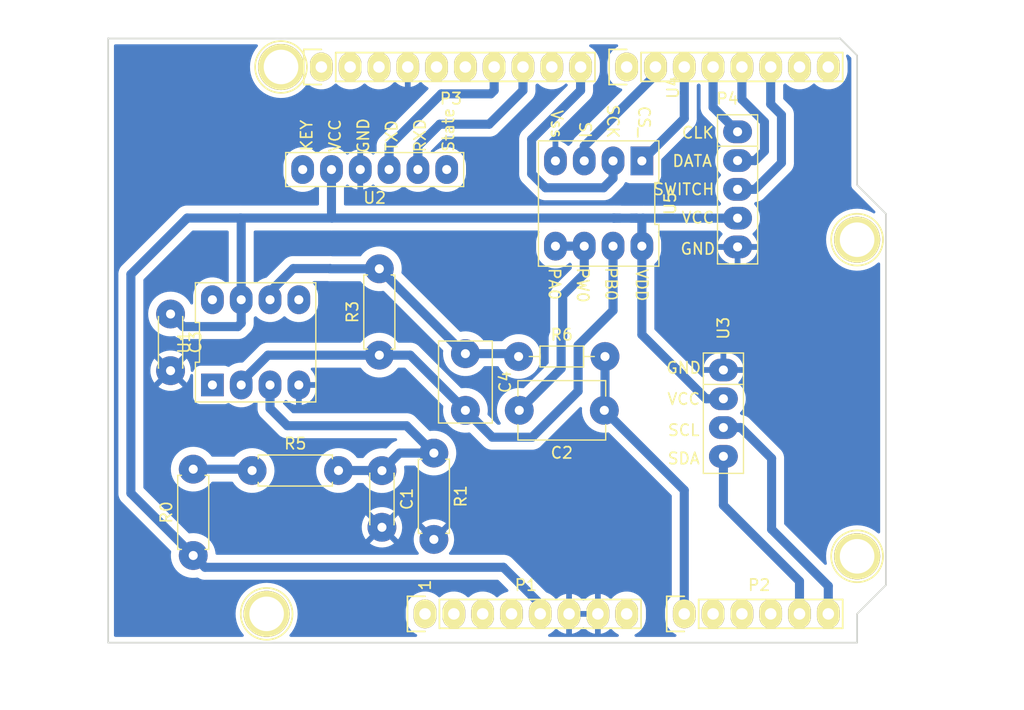
<source format=kicad_pcb>
(kicad_pcb (version 20211014) (generator pcbnew)
  (title_block (date "lun. 30 mars 2015"))
  (layers (0 "F.Cu" signal) (31 "B.Cu" signal) (34 "B.Paste" user) (35 "F.Paste" user) (36 "B.SilkS" user "B.Silkscreen") (37 "F.SilkS" user "F.Silkscreen") (38 "B.Mask" user) (39 "F.Mask" user) (44 "Edge.Cuts" user))
  (net 0 "")
  (net 1 "/IOREF")
  (net 2 "/Reset")
  (net 3 "+5V")
  (net 4 "/Vin")
  (net 5 "IN+")
  (net 6 "/A1")
  (net 7 "/A2")
  (net 8 "/A3")
  (net 9 "/AREF")
  (net 10 "ADC")
  (net 11 "Net-(C4-Pad1)")
  (net 12 "/7")
  (net 13 "IN-")
  (net 14 "SDA")
  (net 15 "SCL")
  (net 16 "PW0")
  (net 17 "SCK")
  (net 19 "TX")
  (net 20 "SI")
  (net 21 "RX")
  (net 22 "/9(**)")
  (net 23 "+3V3")
  (net 24 "/12(MISO)")
  (net 29 "CLK")
  (net 30 "DATA")
  (net 31 "SWITCH")
  (net 32 "Net-(R0-Pad2)")
  (net 34 "unconnected-(U1-Pad5)")
  (net 38 "CS_")
  (net 42 "GND")
  (footprint "Socket_Arduino_Uno:Socket_Strip_Arduino_1x08" (layer "F.Cu") (at 138.938 123.825)
    (fp_text reference "P1" (at 8.89 -2.54) (layer "F.SilkS"))
    (fp_text value "Power")
    (fp_line (start 19.05 1.27) (end 19.05 -1.27) (layer "F.SilkS") (width 0.15))
    (fp_line (start 1.27 1.27) (end 19.05 1.27) (layer "F.SilkS") (width 0.15))
    (fp_line (start 19.05 -1.27) (end 1.27 -1.27) (layer "F.SilkS") (width 0.15))
    (fp_line (start 0 -1.55) (end -1.55 -1.55) (layer "F.SilkS") (width 0.15))
    (fp_line (start -1.55 -1.55) (end -1.55 1.55) (layer "F.SilkS") (width 0.15))
    (fp_line (start -1.55 1.55) (end 0 1.55) (layer "F.SilkS") (width 0.15))
    (fp_line (start 1.27 1.27) (end 1.27 -1.27) (layer "F.SilkS") (width 0.15))
    (pad "1" thru_hole oval locked (at 0 0) (size 2 2.54) (drill 1.016) (layers *.Cu *.Mask "F.SilkS"))
    (pad "2" thru_hole oval locked (at 2.54 0) (size 2 2.54) (drill 1.016) (layers *.Cu *.Mask "F.SilkS") (net 1 "/IOREF"))
    (pad "3" thru_hole oval locked (at 5.08 0) (size 2 2.54) (drill 1.016) (layers *.Cu *.Mask "F.SilkS") (net 2 "/Reset"))
    (pad "4" thru_hole oval locked (at 7.62 0) (size 2 2.54) (drill 1.016) (layers *.Cu *.Mask "F.SilkS") (net 23 "+3V3"))
    (pad "5" thru_hole oval locked (at 10.16 0) (size 2 2.54) (drill 1.016) (layers *.Cu *.Mask "F.SilkS") (net 3 "+5V"))
    (pad "6" thru_hole oval locked (at 12.7 0) (size 2 2.54) (drill 1.016) (layers *.Cu *.Mask "F.SilkS") (net 42 "GND"))
    (pad "7" thru_hole oval locked (at 15.24 0) (size 2 2.54) (drill 1.016) (layers *.Cu *.Mask "F.SilkS") (net 42 "GND"))
    (pad "8" thru_hole oval locked (at 17.78 0) (size 2 2.54) (drill 1.016) (layers *.Cu *.Mask "F.SilkS") (net 4 "/Vin"))
  )
  (footprint "Socket_Arduino_Uno:Socket_Strip_Arduino_1x06" (layer "F.Cu") (at 161.798 123.825)
    (fp_text reference "P2" (at 6.604 -2.54) (layer "F.SilkS"))
    (fp_text value "Analog")
    (fp_line (start 1.27 1.27) (end 1.27 -1.27) (layer "F.SilkS") (width 0.15))
    (fp_line (start 0 -1.55) (end -1.55 -1.55) (layer "F.SilkS") (width 0.15))
    (fp_line (start 13.97 -1.27) (end 1.27 -1.27) (layer "F.SilkS") (width 0.15))
    (fp_line (start 1.27 1.27) (end 13.97 1.27) (layer "F.SilkS") (width 0.15))
    (fp_line (start 13.97 1.27) (end 13.97 -1.27) (layer "F.SilkS") (width 0.15))
    (fp_line (start -1.55 -1.55) (end -1.55 1.55) (layer "F.SilkS") (width 0.15))
    (fp_line (start -1.55 1.55) (end 0 1.55) (layer "F.SilkS") (width 0.15))
    (pad "1" thru_hole oval locked (at 0 0) (size 2 2.54) (drill 1.016) (layers *.Cu *.Mask "F.SilkS") (net 10 "ADC"))
    (pad "2" thru_hole oval locked (at 2.54 0) (size 2 2.54) (drill 1.016) (layers *.Cu *.Mask "F.SilkS") (net 6 "/A1"))
    (pad "3" thru_hole oval locked (at 5.08 0) (size 2 2.54) (drill 1.016) (layers *.Cu *.Mask "F.SilkS") (net 7 "/A2"))
    (pad "4" thru_hole oval locked (at 7.62 0) (size 2 2.54) (drill 1.016) (layers *.Cu *.Mask "F.SilkS") (net 8 "/A3"))
    (pad "5" thru_hole oval locked (at 10.16 0) (size 2 2.54) (drill 1.016) (layers *.Cu *.Mask "F.SilkS") (net 14 "SDA"))
    (pad "6" thru_hole oval locked (at 12.7 0) (size 2 2.54) (drill 1.016) (layers *.Cu *.Mask "F.SilkS") (net 15 "SCL"))
  )
  (footprint "Socket_Arduino_Uno:Socket_Strip_Arduino_1x10" (layer "F.Cu") (at 129.794 75.565)
    (fp_text reference "P3" (at 11.43 2.794) (layer "F.SilkS"))
    (fp_text value "Digital")
    (fp_line (start -1.55 -1.55) (end -1.55 1.55) (layer "F.SilkS") (width 0.15))
    (fp_line (start 1.27 1.27) (end 24.13 1.27) (layer "F.SilkS") (width 0.15))
    (fp_line (start 24.13 1.27) (end 24.13 -1.27) (layer "F.SilkS") (width 0.15))
    (fp_line (start 24.13 -1.27) (end 1.27 -1.27) (layer "F.SilkS") (width 0.15))
    (fp_line (start 0 -1.55) (end -1.55 -1.55) (layer "F.SilkS") (width 0.15))
    (fp_line (start -1.55 1.55) (end 0 1.55) (layer "F.SilkS") (width 0.15))
    (fp_line (start 1.27 1.27) (end 1.27 -1.27) (layer "F.SilkS") (width 0.15))
    (pad "1" thru_hole oval locked (at 0 0) (size 2 2.54) (drill 1.016) (layers *.Cu *.Mask "F.SilkS") (net 15 "SCL"))
    (pad "2" thru_hole oval locked (at 2.54 0) (size 2 2.54) (drill 1.016) (layers *.Cu *.Mask "F.SilkS") (net 14 "SDA"))
    (pad "3" thru_hole oval locked (at 5.08 0) (size 2 2.54) (drill 1.016) (layers *.Cu *.Mask "F.SilkS") (net 9 "/AREF"))
    (pad "4" thru_hole oval locked (at 7.62 0) (size 2 2.54) (drill 1.016) (layers *.Cu *.Mask "F.SilkS") (net 42 "GND"))
    (pad "5" thru_hole oval locked (at 10.16 0) (size 2 2.54) (drill 1.016) (layers *.Cu *.Mask "F.SilkS"))
    (pad "6" thru_hole oval locked (at 12.7 0) (size 2 2.54) (drill 1.016) (layers *.Cu *.Mask "F.SilkS") (net 24 "/12(MISO)"))
    (pad "7" thru_hole oval locked (at 15.24 0) (size 2 2.54) (drill 1.016) (layers *.Cu *.Mask "F.SilkS") (net 19 "TX"))
    (pad "8" thru_hole oval locked (at 17.78 0) (size 2 2.54) (drill 1.016) (layers *.Cu *.Mask "F.SilkS") (net 21 "RX"))
    (pad "9" thru_hole oval locked (at 20.32 0) (size 2 2.54) (drill 1.016) (layers *.Cu *.Mask "F.SilkS") (net 22 "/9(**)"))
    (pad "10" thru_hole oval locked (at 22.86 0) (size 2 2.54) (drill 1.016) (layers *.Cu *.Mask "F.SilkS") (net 17 "SCK"))
  )
  (footprint "Socket_Arduino_Uno:Socket_Strip_Arduino_1x08" (layer "F.Cu") (at 156.718 75.565)
    (fp_text reference "P4" (at 8.89 2.794) (layer "F.SilkS"))
    (fp_text value "Digital")
    (fp_line (start 19.05 -1.27) (end 1.27 -1.27) (layer "F.SilkS") (width 0.15))
    (fp_line (start -1.55 1.55) (end 0 1.55) (layer "F.SilkS") (width 0.15))
    (fp_line (start 1.27 1.27) (end 19.05 1.27) (layer "F.SilkS") (width 0.15))
    (fp_line (start 1.27 1.27) (end 1.27 -1.27) (layer "F.SilkS") (width 0.15))
    (fp_line (start 0 -1.55) (end -1.55 -1.55) (layer "F.SilkS") (width 0.15))
    (fp_line (start 19.05 1.27) (end 19.05 -1.27) (layer "F.SilkS") (width 0.15))
    (fp_line (start -1.55 -1.55) (end -1.55 1.55) (layer "F.SilkS") (width 0.15))
    (pad "1" thru_hole oval locked (at 0 0) (size 2 2.54) (drill 1.016) (layers *.Cu *.Mask "F.SilkS") (net 12 "/7"))
    (pad "2" thru_hole oval locked (at 2.54 0) (size 2 2.54) (drill 1.016) (layers *.Cu *.Mask "F.SilkS") (net 20 "SI"))
    (pad "3" thru_hole oval locked (at 5.08 0) (size 2 2.54) (drill 1.016) (layers *.Cu *.Mask "F.SilkS") (net 38 "CS_"))
    (pad "4" thru_hole oval locked (at 7.62 0) (size 2 2.54) (drill 1.016) (layers *.Cu *.Mask "F.SilkS") (net 29 "CLK"))
    (pad "5" thru_hole oval locked (at 10.16 0) (size 2 2.54) (drill 1.016) (layers *.Cu *.Mask "F.SilkS") (net 30 "DATA"))
    (pad "6" thru_hole oval locked (at 12.7 0) (size 2 2.54) (drill 1.016) (layers *.Cu *.Mask "F.SilkS") (net 31 "SWITCH"))
    (pad "7" thru_hole oval locked (at 15.24 0) (size 2 2.54) (drill 1.016) (layers *.Cu *.Mask "F.SilkS"))
    (pad "8" thru_hole oval locked (at 17.78 0) (size 2 2.54) (drill 1.016) (layers *.Cu *.Mask "F.SilkS"))
  )
  (footprint "Socket_Arduino_Uno:Arduino_1pin" (layer "F.Cu") (at 124.968 123.825)
    (fp_text reference "P5" hide)
    (fp_text value "CONN_01X01" hide)
    (fp_circle (center 0 0) (end 0 -2.286) (layer "F.SilkS") (width 0.15) (fill none))
    (pad "1" thru_hole circle locked (at 0 0) (size 4.064 4.064) (drill 3.048) (layers *.Cu *.Mask "F.SilkS"))
  )
  (footprint "Socket_Arduino_Uno:Arduino_1pin" (layer "F.Cu") (at 177.038 118.745)
    (fp_text reference "P6" hide)
    (fp_text value "CONN_01X01" hide)
    (fp_circle (center 0 0) (end 0 -2.286) (layer "F.SilkS") (width 0.15) (fill none))
    (pad "1" thru_hole circle locked (at 0 0) (size 4.064 4.064) (drill 3.048) (layers *.Cu *.Mask "F.SilkS"))
  )
  (footprint "Socket_Arduino_Uno:Arduino_1pin" (layer "F.Cu") (at 126.238 75.565)
    (fp_text reference "P7" hide)
    (fp_text value "CONN_01X01" hide)
    (fp_circle (center 0 0) (end 0 -2.286) (layer "F.SilkS") (width 0.15) (fill none))
    (pad "1" thru_hole circle locked (at 0 0) (size 4.064 4.064) (drill 3.048) (layers *.Cu *.Mask "F.SilkS"))
  )
  (footprint "Socket_Arduino_Uno:Arduino_1pin" (layer "F.Cu") (at 177.038 90.805)
    (fp_text reference "P8" hide)
    (fp_text value "CONN_01X01" hide)
    (fp_circle (center 0 0) (end 0 -2.286) (layer "F.SilkS") (width 0.15) (fill none))
    (pad "1" thru_hole circle locked (at 0 0) (size 4.064 4.064) (drill 3.048) (layers *.Cu *.Mask "F.SilkS"))
  )
  (footprint "Resistor_THT:R_Axial_DIN0204_L3.6mm_D1.6mm_P7.62mm_Horizontal" (layer "F.Cu") (at 147.188 101.115)
    (fp_text reference "R6" (at 3.81 -1.92) (layer "F.SilkS"))
    (fp_text value "1k")
    (fp_line (start 0.94 0) (end 1.89 0) (layer "F.SilkS") (width 0.12))
    (fp_line (start 1.89 -0.92) (end 1.89 0.92) (layer "F.SilkS") (width 0.12))
    (fp_line (start 5.73 -0.92) (end 1.89 -0.92) (layer "F.SilkS") (width 0.12))
    (fp_line (start 6.68 0) (end 5.73 0) (layer "F.SilkS") (width 0.12))
    (fp_line (start 5.73 0.92) (end 5.73 -0.92) (layer "F.SilkS") (width 0.12))
    (fp_line (start 1.89 0.92) (end 5.73 0.92) (layer "F.SilkS") (width 0.12))
    (pad "1" thru_hole circle (at 0 0) (size 2.54 2.54) (drill 0.8) (layers *.Cu *.Mask) (net 11 "Net-(C4-Pad1)"))
    (pad "2" thru_hole circle (at 7.62 0) (size 2.54 2.54) (drill 0.8) (layers *.Cu *.Mask) (net 10 "ADC"))
  )
  (footprint "Capacitor_THT:C_Disc_D4.3mm_W1.9mm_P5.00mm" (layer "F.Cu") (at 135.138 111.185 -90)
    (fp_text reference "C1" (at 2.5 -2.2 90) (layer "F.SilkS"))
    (fp_text value "100n")
    (fp_line (start 4.77 -1.07) (end 4.77 -1.055) (layer "F.SilkS") (width 0.12))
    (fp_line (start 0.23 1.07) (end 4.77 1.07) (layer "F.SilkS") (width 0.12))
    (fp_line (start 0.23 -1.07) (end 0.23 -1.055) (layer "F.SilkS") (width 0.12))
    (fp_line (start 4.77 1.055) (end 4.77 1.07) (layer "F.SilkS") (width 0.12))
    (fp_line (start 0.23 -1.07) (end 4.77 -1.07) (layer "F.SilkS") (width 0.12))
    (fp_line (start 0.23 1.055) (end 0.23 1.07) (layer "F.SilkS") (width 0.12))
    (pad "1" thru_hole circle (at 0 0 270) (size 2.54 2.54) (drill 0.8) (layers *.Cu *.Mask) (net 5 "IN+"))
    (pad "2" thru_hole circle (at 5 0 270) (size 2.54 2.54) (drill 0.8) (layers *.Cu *.Mask) (net 42 "GND"))
  )
  (footprint "SHIELD_print_Library:KY-040" (layer "F.Cu") (at 166.498 86.365 -90)
    (fp_text reference "U4" (at -9 5.69 90) (layer "F.SilkS"))
    (fp_text value "Keyes_KY-040")
    (fp_text user "VCC" (at 2.5 3.5 unlocked) (layer "F.SilkS"))
    (fp_text user "GND" (at 5.25 3.5 unlocked) (layer "F.SilkS"))
    (fp_text user "SWITCH" (at 0 4.75 unlocked) (layer "F.SilkS"))
    (fp_text user "DATA" (at -2.5 4 unlocked) (layer "F.SilkS"))
    (fp_text user "CLK" (at -5 3.5 unlocked) (layer "F.SilkS"))
    (fp_line (start -6.58 1.77) (end -6.58 -1.77) (layer "F.SilkS") (width 0.12))
    (fp_line (start 6.58 -1.77) (end 6.58 1.77) (layer "F.SilkS") (width 0.12))
    (fp_line (start -6.58 -1.77) (end 6.58 -1.77) (layer "F.SilkS") (width 0.12))
    (fp_line (start -3.81 -1.77) (end -3.81 1.77) (layer "F.SilkS") (width 0.12))
    (fp_line (start 6.58 1.77) (end -6.58 1.77) (layer "F.SilkS") (width 0.12))
    (pad "1" thru_hole oval (at -5.08 0 270) (size 2 2.54) (drill 0.8) (layers *.Cu *.Mask) (net 29 "CLK"))
    (pad "2" thru_hole oval (at -2.54 0 270) (size 2 2.54) (drill 0.8) (layers *.Cu *.Mask) (net 30 "DATA"))
    (pad "3" thru_hole oval (at 0 0 270) (size 2 2.54) (drill 0.8) (layers *.Cu *.Mask) (net 31 "SWITCH"))
    (pad "4" thru_hole oval (at 2.54 0 270) (size 2 2.54) (drill 0.8) (layers *.Cu *.Mask) (net 3 "+5V"))
    (pad "5" thru_hole oval (at 5.08 0 270) (size 2 2.54) (drill 0.8) (layers *.Cu *.Mask) (net 42 "GND"))
  )
  (footprint "Resistor_THT:R_Axial_DIN0207_L6.3mm_D2.5mm_P7.62mm_Horizontal" (layer "F.Cu") (at 134.908 100.995 90)
    (fp_text reference "R3" (at 3.81 -2.37 90) (layer "F.SilkS"))
    (fp_text value "100k")
    (fp_line (start 0.54 1.04) (end 0.54 1.37) (layer "F.SilkS") (width 0.12))
    (fp_line (start 0.54 -1.37) (end 7.08 -1.37) (layer "F.SilkS") (width 0.12))
    (fp_line (start 0.54 -1.04) (end 0.54 -1.37) (layer "F.SilkS") (width 0.12))
    (fp_line (start 7.08 1.37) (end 7.08 1.04) (layer "F.SilkS") (width 0.12))
    (fp_line (start 0.54 1.37) (end 7.08 1.37) (layer "F.SilkS") (width 0.12))
    (fp_line (start 7.08 -1.37) (end 7.08 -1.04) (layer "F.SilkS") (width 0.12))
    (pad "1" thru_hole circle (at 0 0 90) (size 2.54 2.54) (drill 0.8) (layers *.Cu *.Mask) (net 13 "IN-"))
    (pad "2" thru_hole circle (at 7.62 0 90) (size 2.54 2.54) (drill 0.8) (layers *.Cu *.Mask) (net 11 "Net-(C4-Pad1)"))
  )
  (footprint "Capacitor_THT:C_Disc_D4.3mm_W1.9mm_P5.00mm" (layer "F.Cu") (at 116.498 97.365 -90)
    (fp_text reference "C3" (at 2.5 -2.2 90) (layer "F.SilkS"))
    (fp_text value "100n")
    (fp_line (start 0.23 1.055) (end 0.23 1.07) (layer "F.SilkS") (width 0.12))
    (fp_line (start 0.23 -1.07) (end 4.77 -1.07) (layer "F.SilkS") (width 0.12))
    (fp_line (start 4.77 1.055) (end 4.77 1.07) (layer "F.SilkS") (width 0.12))
    (fp_line (start 0.23 -1.07) (end 0.23 -1.055) (layer "F.SilkS") (width 0.12))
    (fp_line (start 0.23 1.07) (end 4.77 1.07) (layer "F.SilkS") (width 0.12))
    (fp_line (start 4.77 -1.07) (end 4.77 -1.055) (layer "F.SilkS") (width 0.12))
    (pad "1" thru_hole circle (at 0 0 270) (size 2.54 2.54) (drill 0.8) (layers *.Cu *.Mask) (net 3 "+5V"))
    (pad "2" thru_hole circle (at 5 0 270) (size 2.54 2.54) (drill 0.8) (layers *.Cu *.Mask) (net 42 "GND"))
  )
  (footprint "Capacitor_THT:C_Rect_L7.0mm_W4.5mm_P5.00mm" (layer "F.Cu") (at 142.498 100.865 -90)
    (fp_text reference "C4" (at 2.5 -3.5 90) (layer "F.SilkS"))
    (fp_text value "1u")
    (fp_line (start 6.12 -2.37) (end 6.12 2.37) (layer "F.SilkS") (width 0.12))
    (fp_line (start -1.12 -2.37) (end 6.12 -2.37) (layer "F.SilkS") (width 0.12))
    (fp_line (start -1.12 2.37) (end 6.12 2.37) (layer "F.SilkS") (width 0.12))
    (fp_line (start -1.12 -2.37) (end -1.12 2.37) (layer "F.SilkS") (width 0.12))
    (pad "1" thru_hole circle (at 0 0 270) (size 2.54 2.54) (drill 0.8) (layers *.Cu *.Mask) (net 11 "Net-(C4-Pad1)"))
    (pad "2" thru_hole circle (at 5 0 270) (size 2.54 2.54) (drill 0.8) (layers *.Cu *.Mask) (net 13 "IN-"))
  )
  (footprint "Capacitor_THT:C_Disc_D7.5mm_W5.0mm_P7.50mm" (layer "F.Cu") (at 154.748 105.865 180)
    (fp_text reference "C2" (at 3.75 -3.75 180) (layer "F.SilkS"))
    (fp_text value "100n")
    (fp_line (start -0.12 -2.62) (end -0.12 -1.256) (layer "F.SilkS") (width 0.12))
    (fp_line (start 7.62 1.256) (end 7.62 2.62) (layer "F.SilkS") (width 0.12))
    (fp_line (start -0.12 1.256) (end -0.12 2.62) (layer "F.SilkS") (width 0.12))
    (fp_line (start 7.62 -2.62) (end 7.62 -1.256) (layer "F.SilkS") (width 0.12))
    (fp_line (start -0.12 -2.62) (end 7.62 -2.62) (layer "F.SilkS") (width 0.12))
    (fp_line (start -0.12 2.62) (end 7.62 2.62) (layer "F.SilkS") (width 0.12))
    (pad "1" thru_hole circle (at 0 0 180) (size 2.54 2.54) (drill 0.8) (layers *.Cu *.Mask) (net 10 "ADC"))
    (pad "2" thru_hole circle (at 7.5 0 180) (size 2.54 2.54) (drill 0.8) (layers *.Cu *.Mask) (net 16 "PW0"))
  )
  (footprint "SHIELD_print_Library:LTC1050" (layer "F.Cu") (at 123.998 99.865)
    (fp_text reference "U1" (at -6.31 0 90) (layer "F.SilkS"))
    (fp_text value "LTC1050")
    (fp_line (start -4.95 1.753333) (end -5.31 1.753333) (layer "F.SilkS") (width 0.12))
    (fp_line (start -4.95 -1.753333) (end -4.95 1.753333) (layer "F.SilkS") (width 0.12))
    (fp_line (start -5.31 1.753333) (end -5.31 5.26) (layer "F.SilkS") (width 0.12))
    (fp_line (start 5.31 5.26) (end 5.31 -5.26) (layer "F.SilkS") (width 0.12))
    (fp_line (start 5.31 -5.26) (end -5.31 -5.26) (layer "F.SilkS") (width 0.12))
    (fp_line (start -5.31 5.26) (end 5.31 5.26) (layer "F.SilkS") (width 0.12))
    (fp_line (start -5.31 -1.753333) (end -4.95 -1.753333) (layer "F.SilkS") (width 0.12))
    (fp_line (start -5.31 -5.26) (end -5.31 -1.753333) (layer "F.SilkS") (width 0.12))
    (pad "1" thru_hole rect (at -3.81 3.76) (size 2 2) (drill 0.8) (layers *.Cu *.Mask))
    (pad "2" thru_hole oval (at -1.27 3.76) (size 2 2.54) (drill 0.8) (layers *.Cu *.Mask) (net 13 "IN-"))
    (pad "3" thru_hole oval (at 1.27 3.76) (size 2 2.54) (drill 0.8) (layers *.Cu *.Mask) (net 5 "IN+"))
    (pad "4" thru_hole oval (at 3.81 3.76) (size 2 2.54) (drill 0.8) (layers *.Cu *.Mask) (net 42 "GND"))
    (pad "5" thru_hole oval (at 3.81 -3.76) (size 2 2.54) (drill 0.8) (layers *.Cu *.Mask) (net 34 "unconnected-(U1-Pad5)"))
    (pad "6" thru_hole oval (at 1.27 -3.76) (size 2 2.54) (drill 0.8) (layers *.Cu *.Mask) (net 11 "Net-(C4-Pad1)"))
    (pad "7" thru_hole oval (at -1.27 -3.76) (size 2 2.54) (drill 0.8) (layers *.Cu *.Mask) (net 3 "+5V"))
    (pad "8" thru_hole oval (at -3.81 -3.76) (size 2 2.54) (drill 0.8) (layers *.Cu *.Mask))
  )
  (footprint "SHIELD_print_Library:SIP-4" (layer "F.Cu") (at 165.248 106.115 -90)
    (fp_text reference "U3" (at -7.5 0 90) (layer "F.SilkS"))
    (fp_text value "OLED_0.91")
    (fp_text user "GND" (at -4 3.5 unlocked) (layer "F.SilkS"))
    (fp_text user "SCL" (at 1.5 3.5 unlocked) (layer "F.SilkS"))
    (fp_text user "SDA" (at 4 3.5 unlocked) (layer "F.SilkS"))
    (fp_text user "VCC" (at -1.25 3.5 unlocked) (layer "F.SilkS"))
    (fp_line (start -5.31 1.77) (end -5.31 -1.77) (layer "F.SilkS") (width 0.12))
    (fp_line (start 5.31 -1.77) (end 5.31 1.77) (layer "F.SilkS") (width 0.12))
    (fp_line (start -2.54 -1.77) (end -2.54 1.77) (layer "F.SilkS") (width 0.12))
    (fp_line (start 5.31 1.77) (end -5.31 1.77) (layer "F.SilkS") (width 0.12))
    (fp_line (start -5.31 -1.77) (end 5.31 -1.77) (layer "F.SilkS") (width 0.12))
    (pad "1" thru_hole oval (at -3.81 0 270) (size 2 2.54) (drill 0.8) (layers *.Cu *.Mask) (net 42 "GND"))
    (pad "2" thru_hole oval (at -1.27 0 270) (size 2 2.54) (drill 0.8) (layers *.Cu *.Mask) (net 3 "+5V"))
    (pad "3" thru_hole oval (at 1.27 0 270) (size 2 2.54) (drill 0.8) (layers *.Cu *.Mask) (net 15 "SCL"))
    (pad "4" thru_hole oval (at 3.81 0 270) (size 2 2.54) (drill 0.8) (layers *.Cu *.Mask) (net 14 "SDA"))
  )
  (footprint "SHIELD_print_Library:HC-05" (layer "F.Cu") (at 134.498 84.615)
    (fp_text reference "U2" (at 0 2.5) (layer "F.SilkS"))
    (fp_text value "Bluetooth-HC05")
    (fp_text user "GND" (at -1 -3 90 unlocked) (layer "F.SilkS"))
    (fp_text user "VCC" (at -3.5 -3 90 unlocked) (layer "F.SilkS"))
    (fp_text user "TXD" (at 1.5 -3 90 unlocked) (layer "F.SilkS"))
    (fp_text user "KEY" (at -6 -3 90 unlocked) (layer "F.SilkS"))
    (fp_text user "State" (at 6.5 -3.5 90 unlocked) (layer "F.SilkS"))
    (fp_text user "RXD" (at 4 -3 90 unlocked) (layer "F.SilkS"))
    (fp_line (start 7.85 -1.5) (end 7.85 1.5) (layer "F.SilkS") (width 0.12))
    (fp_line (start 7.85 1.5) (end -7.85 1.5) (layer "F.SilkS") (width 0.12))
    (fp_line (start -7.85 1.5) (end -7.85 -1.5) (layer "F.SilkS") (width 0.12))
    (fp_line (start -7.85 -1.5) (end 7.85 -1.5) (layer "F.SilkS") (width 0.12))
    (pad "1" thru_hole oval (at -6.35 0) (size 2 2.54) (drill 0.8) (layers *.Cu *.Mask))
    (pad "2" thru_hole oval (at -3.81 0) (size 2 2.54) (drill 0.8) (layers *.Cu *.Mask) (net 3 "+5V"))
    (pad "3" thru_hole oval (at -1.27 0) (size 2 2.54) (drill 0.8) (layers *.Cu *.Mask) (net 42 "GND"))
    (pad "4" thru_hole oval (at 1.27 0) (size 2 2.54) (drill 0.8) (layers *.Cu *.Mask) (net 19 "TX"))
    (pad "5" thru_hole oval (at 3.81 0) (size 2 2.54) (drill 0.8) (layers *.Cu *.Mask) (net 21 "RX"))
    (pad "6" thru_hole oval (at 6.35 0) (size 2 2.54) (drill 0.8) (layers *.Cu *.Mask))
  )
  (footprint "Resistor_THT:R_Axial_DIN0207_L6.3mm_D2.5mm_P7.62mm_Horizontal" (layer "F.Cu") (at 139.718 109.635 -90)
    (fp_text reference "R1" (at 3.81 -2.37 90) (layer "F.SilkS"))
    (fp_text value "100k")
    (fp_line (start 7.08 -1.37) (end 7.08 -1.04) (layer "F.SilkS") (width 0.12))
    (fp_line (start 7.08 1.37) (end 7.08 1.04) (layer "F.SilkS") (width 0.12))
    (fp_line (start 0.54 1.37) (end 7.08 1.37) (layer "F.SilkS") (width 0.12))
    (fp_line (start 0.54 1.04) (end 0.54 1.37) (layer "F.SilkS") (width 0.12))
    (fp_line (start 0.54 -1.37) (end 7.08 -1.37) (layer "F.SilkS") (width 0.12))
    (fp_line (start 0.54 -1.04) (end 0.54 -1.37) (layer "F.SilkS") (width 0.12))
    (pad "1" thru_hole circle (at 0 0 270) (size 2.54 2.54) (drill 0.8) (layers *.Cu *.Mask) (net 5 "IN+"))
    (pad "2" thru_hole circle (at 7.62 0 270) (size 2.54 2.54) (drill 0.8) (layers *.Cu *.Mask) (net 42 "GND"))
  )
  (footprint "Resistor_THT:R_Axial_DIN0207_L6.3mm_D2.5mm_P7.62mm_Horizontal" (layer "F.Cu") (at 118.498 118.675 90)
    (fp_text reference "R0" (at 3.81 -2.37 90) (layer "F.SilkS"))
    (fp_text value "Rsensor")
    (fp_line (start 0.54 -1.04) (end 0.54 -1.37) (layer "F.SilkS") (width 0.12))
    (fp_line (start 7.08 -1.37) (end 7.08 -1.04) (layer "F.SilkS") (width 0.12))
    (fp_line (start 0.54 1.04) (end 0.54 1.37) (layer "F.SilkS") (width 0.12))
    (fp_line (start 0.54 -1.37) (end 7.08 -1.37) (layer "F.SilkS") (width 0.12))
    (fp_line (start 7.08 1.37) (end 7.08 1.04) (layer "F.SilkS") (width 0.12))
    (fp_line (start 0.54 1.37) (end 7.08 1.37) (layer "F.SilkS") (width 0.12))
    (pad "1" thru_hole circle (at 0 0 90) (size 2.54 2.54) (drill 0.8) (layers *.Cu *.Mask) (net 3 "+5V"))
    (pad "2" thru_hole circle (at 7.62 0 90) (size 2.54 2.54) (drill 0.8) (layers *.Cu *.Mask) (net 32 "Net-(R0-Pad2)"))
  )
  (footprint "Resistor_THT:R_Axial_DIN0207_L6.3mm_D2.5mm_P7.62mm_Horizontal" (layer "F.Cu") (at 123.688 111.175)
    (fp_text reference "R5" (at 3.81 -2.37) (layer "F.SilkS"))
    (fp_text value "10k")
    (fp_line (start 0.54 -1.37) (end 7.08 -1.37) (layer "F.SilkS") (width 0.12))
    (fp_line (start 7.08 -1.37) (end 7.08 -1.04) (layer "F.SilkS") (width 0.12))
    (fp_line (start 0.54 1.04) (end 0.54 1.37) (layer "F.SilkS") (width 0.12))
    (fp_line (start 0.54 -1.04) (end 0.54 -1.37) (layer "F.SilkS") (width 0.12))
    (fp_line (start 0.54 1.37) (end 7.08 1.37) (layer "F.SilkS") (width 0.12))
    (fp_line (start 7.08 1.37) (end 7.08 1.04) (layer "F.SilkS") (width 0.12))
    (pad "1" thru_hole circle (at 0 0) (size 2.54 2.54) (drill 0.8) (layers *.Cu *.Mask) (net 32 "Net-(R0-Pad2)"))
    (pad "2" thru_hole circle (at 7.62 0) (size 2.54 2.54) (drill 0.8) (layers *.Cu *.Mask) (net 5 "IN+"))
  )
  (footprint "SHIELD_print_Library:MPC41100_FP" (layer "F.Cu") (at 154.248 87.615 180)
    (fp_text reference "U5" (at -6.31 0 90) (layer "F.SilkS"))
    (fp_text value "MPC41100")
    (fp_text user "Vss" (at 3.7 7 270 unlocked) (layer "F.SilkS"))
    (fp_text user "SI" (at 1.2 6.5 270 unlocked) (layer "F.SilkS"))
    (fp_text user "PB0" (at -1.1 -7.1 270 unlocked) (layer "F.SilkS"))
    (fp_text user "PW0" (at 1.4 -7.2 270 unlocked) (layer "F.SilkS"))
    (fp_text user "CS_" (at -4 7.25 270 unlocked) (layer "F.SilkS"))
    (fp_text user "SCK" (at -1.25 7.25 270 unlocked) (layer "F.SilkS"))
    (fp_text user "VDD" (at -3.8 -7.2 270 unlocked) (layer "F.SilkS"))
    (fp_text user "PA0" (at 3.9 -7.1 270 unlocked) (layer "F.SilkS"))
    (fp_line (start -5.31 5.53) (end 5.31 5.53) (layer "F.SilkS") (width 0.12))
    (fp_line (start -5.31 -1.843333) (end -4.95 -1.843333) (layer "F.SilkS") (width 0.12))
    (fp_line (start -5.31 -5.53) (end -5.31 -1.843333) (layer "F.SilkS") (width 0.12))
    (fp_line (start -5.31 1.843333) (end -5.31 5.53) (layer "F.SilkS") (width 0.12))
    (fp_line (start 5.31 -5.53) (end -5.31 -5.53) (layer "F.SilkS") (width 0.12))
    (fp_line (start -4.95 -1.843333) (end -4.95 1.843333) (layer "F.SilkS") (width 0.12))
    (fp_line (start -4.95 1.843333) (end -5.31 1.843333) (layer "F.SilkS") (width 0.12))
    (fp_line (start 5.31 5.53) (end 5.31 -5.53) (layer "F.SilkS") (width 0.12))
    (pad "1" thru_hole rect (at -3.81 3.76 180) (size 2 2.54) (drill 0.8) (layers *.Cu *.Mask) (net 38 "CS_"))
    (pad "2" thru_hole oval (at -1.27 3.76 180) (size 2 2.54) (drill 0.8) (layers *.Cu *.Mask) (net 17 "SCK"))
    (pad "3" thru_hole oval (at 1.27 3.76 180) (size 2 2.54) (drill 0.8) (layers *.Cu *.Mask) (net 20 "SI"))
    (pad "4" thru_hole oval (at 3.81 3.76 180) (size 2 2.54) (drill 0.8) (layers *.Cu *.Mask) (net 42 "GND"))
    (pad "5" thru_hole oval (at 3.81 -3.76 180) (size 2 2.54) (drill 0.8) (layers *.Cu *.Mask) (net 16 "PW0"))
    (pad "6" thru_hole oval (at 1.27 -3.76 180) (size 2 2.54) (drill 0.8) (layers *.Cu *.Mask) (net 16 "PW0"))
    (pad "7" thru_hole oval (at -1.27 -3.76 180) (size 2 2.54) (drill 0.8) (layers *.Cu *.Mask) (net 13 "IN-"))
    (pad "8" thru_hole oval (at -3.81 -3.76 180) (size 2 2.54) (drill 0.8) (layers *.Cu *.Mask) (net 3 "+5V"))
  )
  (gr_line (start 179.578 88.519) (end 177.038 85.979) (layer "Edge.Cuts") (width 0.15))
  (gr_line (start 177.038 126.365) (end 177.038 123.825) (layer "Edge.Cuts") (width 0.15))
  (gr_line (start 177.038 74.549) (end 175.514 73.025) (layer "Edge.Cuts") (width 0.15))
  (gr_line (start 177.038 123.825) (end 179.578 121.285) (layer "Edge.Cuts") (width 0.15))
  (gr_line (start 110.998 73.025) (end 110.998 126.365) (layer "Edge.Cuts") (width 0.15))
  (gr_line (start 179.578 121.285) (end 179.578 88.519) (layer "Edge.Cuts") (width 0.15))
  (gr_line (start 110.998 126.365) (end 177.038 126.365) (layer "Edge.Cuts") (width 0.15))
  (gr_line (start 175.524 73.055) (end 111.008 73.055) (layer "Edge.Cuts") (width 0.15))
  (gr_line (start 177.038 85.979) (end 177.038 74.549) (layer "Edge.Cuts") (width 0.15))
  (gr_text "1" (at 138.938 121.285 90) (layer "F.SilkS") (effects (font (size 1 1))))
  (segment (start 158.058 91.375) (end 158.058 89.005) (width 0.8) (layer "B.Cu") (net 3))
  (segment (start 155.598 88.905) (end 155.588 88.895) (width 0.8) (layer "B.Cu") (net 3))
  (segment (start 112.998 113.175) (end 112.998 93.865) (width 0.8) (layer "B.Cu") (net 3))
  (segment (start 118.498 118.675) (end 119.537511 119.714511) (width 0.8) (layer "B.Cu") (net 3))
  (segment (start 149.098 122.965) (end 149.098 123.825) (width 0.8) (layer "B.Cu") (net 3))
  (segment (start 158.058 89.005) (end 158.158 88.905) (width 0.8) (layer "B.Cu") (net 3))
  (segment (start 122.668 88.895) (end 117.968 88.895) (width 0.8) (layer "B.Cu") (net 3))
  (segment (start 157.588 88.905) (end 157.118 88.905) (width 0.8) (layer "B.Cu") (net 3))
  (segment (start 119.537511 119.714511) (end 145.847511 119.714511) (width 0.8) (layer "B.Cu") (net 3))
  (segment (start 122.728 98.175) (end 122.42848 98.47452) (width 0.8) (layer "B.Cu") (net 3))
  (segment (start 158.058 99.185) (end 158.058 91.375) (width 0.8) (layer "B.Cu") (net 3))
  (segment (start 112.998 93.865) (end 117.868 88.995) (width 0.8) (layer "B.Cu") (net 3))
  (segment (start 145.847511 119.714511) (end 149.098 122.965) (width 0.8) (layer "B.Cu") (net 3))
  (segment (start 117.968 88.895) (end 117.868 88.995) (width 0.8) (layer "B.Cu") (net 3))
  (segment (start 130.688 88.855) (end 130.728 88.895) (width 0.8) (layer "B.Cu") (net 3))
  (segment (start 116.498 97.365) (end 117.60752 98.47452) (width 0.8) (layer "B.Cu") (net 3))
  (segment (start 130.688 84.615) (end 130.688 88.855) (width 0.8) (layer "B.Cu") (net 3))
  (segment (start 156.098 88.895) (end 155.588 88.895) (width 0.8) (layer "B.Cu") (net 3))
  (segment (start 130.728 88.895) (end 122.668 88.895) (width 0.8) (layer "B.Cu") (net 3))
  (segment (start 122.728 88.955) (end 122.668 88.895) (width 0.8) (layer "B.Cu") (net 3))
  (segment (start 157.588 88.905) (end 155.598 88.905) (width 0.8) (layer "B.Cu") (net 3))
  (segment (start 163.718 104.845) (end 158.058 99.185) (width 0.8) (layer "B.Cu") (net 3))
  (segment (start 165.248 104.845) (end 163.718 104.845) (width 0.8) (layer "B.Cu") (net 3))
  (segment (start 122.728 96.105) (end 122.728 88.955) (width 0.8) (layer "B.Cu") (net 3))
  (segment (start 158.158 88.905) (end 157.588 88.905) (width 0.8) (layer "B.Cu") (net 3))
  (segment (start 166.498 88.905) (end 158.158 88.905) (width 0.8) (layer "B.Cu") (net 3))
  (segment (start 155.588 88.895) (end 130.728 88.895) (width 0.8) (layer "B.Cu") (net 3))
  (segment (start 122.728 96.105) (end 122.728 98.175) (width 0.8) (layer "B.Cu") (net 3))
  (segment (start 118.498 118.675) (end 112.998 113.175) (width 0.8) (layer "B.Cu") (net 3))
  (segment (start 117.60752 98.47452) (end 122.42848 98.47452) (width 0.8) (layer "B.Cu") (net 3))
  (segment (start 137.308 107.225) (end 139.718 109.635) (width 0.8) (layer "B.Cu") (net 5))
  (segment (start 126.798 107.225) (end 137.308 107.225) (width 0.8) (layer "B.Cu") (net 5))
  (segment (start 125.268 103.625) (end 125.268 105.695) (width 0.8) (layer "B.Cu") (net 5))
  (segment (start 125.268 105.695) (end 126.798 107.225) (width 0.8) (layer "B.Cu") (net 5))
  (segment (start 135.128 111.175) (end 135.138 111.185) (width 0.8) (layer "B.Cu") (net 5))
  (segment (start 136.688 109.635) (end 135.138 111.185) (width 0.8) (layer "B.Cu") (net 5))
  (segment (start 139.718 109.635) (end 136.688 109.635) (width 0.8) (layer "B.Cu") (net 5))
  (segment (start 131.308 111.175) (end 135.128 111.175) (width 0.8) (layer "B.Cu") (net 5))
  (segment (start 161.798 112.915) (end 154.748 105.865) (width 0.8) (layer "B.Cu") (net 10))
  (segment (start 161.798 123.825) (end 161.798 112.915) (width 0.8) (layer "B.Cu") (net 10))
  (segment (start 154.808 101.115) (end 154.808 105.805) (width 0.8) (layer "B.Cu") (net 10))
  (segment (start 154.808 105.805) (end 154.748 105.865) (width 0.8) (layer "B.Cu") (net 10))
  (segment (start 130.568 93.355) (end 127.318831 93.355) (width 0.8) (layer "B.Cu") (net 11))
  (segment (start 142.498 100.865) (end 146.938 100.865) (width 0.8) (layer "B.Cu") (net 11))
  (segment (start 127.318831 93.355) (end 125.268 95.405831) (width 0.8) (layer "B.Cu") (net 11))
  (segment (start 125.268 95.405831) (end 125.268 96.105) (width 0.8) (layer "B.Cu") (net 11))
  (segment (start 142.398 100.865) (end 142.498 100.865) (width 0.8) (layer "B.Cu") (net 11))
  (segment (start 134.908 93.375) (end 130.588 93.375) (width 0.8) (layer "B.Cu") (net 11))
  (segment (start 130.588 93.375) (end 130.568 93.355) (width 0.8) (layer "B.Cu") (net 11))
  (segment (start 146.938 100.865) (end 147.188 101.115) (width 0.8) (layer "B.Cu") (net 11))
  (segment (start 134.908 93.375) (end 142.398 100.865) (width 0.8) (layer "B.Cu") (net 11))
  (segment (start 134.908 100.995) (end 137.628 100.995) (width 0.8) (layer "B.Cu") (net 13))
  (segment (start 144.867511 108.234511) (end 142.498 105.865) (width 0.8) (layer "B.Cu") (net 13))
  (segment (start 122.728 103.625) (end 122.728 103.355) (width 0.8) (layer "B.Cu") (net 13))
  (segment (start 155.518 91.375) (end 155.518 97.054004) (width 0.8) (layer "B.Cu") (net 13))
  (segment (start 148.378489 108.234511) (end 144.867511 108.234511) (width 0.8) (layer "B.Cu") (net 13))
  (segment (start 155.518 97.054004) (end 152.438489 100.133515) (width 0.8) (layer "B.Cu") (net 13))
  (segment (start 137.628 100.995) (end 142.498 105.865) (width 0.8) (layer "B.Cu") (net 13))
  (segment (start 125.088 100.995) (end 134.908 100.995) (width 0.8) (layer "B.Cu") (net 13))
  (segment (start 122.728 103.355) (end 125.088 100.995) (width 0.8) (layer "B.Cu") (net 13))
  (segment (start 152.438489 104.174511) (end 148.378489 108.234511) (width 0.8) (layer "B.Cu") (net 13))
  (segment (start 152.438489 100.133515) (end 152.438489 104.174511) (width 0.8) (layer "B.Cu") (net 13))
  (segment (start 165.248 109.925) (end 165.248 114.235628) (width 0.8) (layer "B.Cu") (net 14))
  (segment (start 171.958 120.945628) (end 171.958 123.825) (width 0.8) (layer "B.Cu") (net 14))
  (segment (start 165.248 114.235628) (end 171.958 120.945628) (width 0.8) (layer "B.Cu") (net 14))
  (segment (start 169.498 110.105) (end 169.498 116.365) (width 0.8) (layer "B.Cu") (net 15))
  (segment (start 169.498 116.365) (end 174.498 121.365) (width 0.8) (layer "B.Cu") (net 15))
  (segment (start 165.248 107.385) (end 166.778 107.385) (width 0.8) (layer "B.Cu") (net 15))
  (segment (start 174.498 121.365) (end 174.498 123.825) (width 0.8) (layer "B.Cu") (net 15))
  (segment (start 166.778 107.385) (end 169.498 110.105) (width 0.8) (layer "B.Cu") (net 15))
  (segment (start 150.438 91.375) (end 152.978 91.375) (width 0.8) (layer "B.Cu") (net 16))
  (segment (start 152.978 93.825) (end 151.078 95.725) (width 0.8) (layer "B.Cu") (net 16))
  (segment (start 150.938978 102.174022) (end 147.248 105.865) (width 0.8) (layer "B.Cu") (net 16))
  (segment (start 151.078 95.725) (end 151.078 99.373376) (width 0.8) (layer "B.Cu") (net 16))
  (segment (start 152.978 91.375) (end 152.978 93.825) (width 0.8) (layer "B.Cu") (net 16))
  (segment (start 150.938978 99.512398) (end 150.938978 102.174022) (width 0.8) (layer "B.Cu") (net 16))
  (segment (start 151.078 99.373376) (end 150.938978 99.512398) (width 0.8) (layer "B.Cu") (net 16))
  (segment (start 155.518 85.385) (end 154.67848 86.22452) (width 0.8) (layer "B.Cu") (net 17))
  (segment (start 148.33848 84.994649) (end 148.33848 81.95052) (width 0.8) (layer "B.Cu") (net 17))
  (segment (start 148.33848 81.95052) (end 152.654 77.635) (width 0.8) (layer "B.Cu") (net 17))
  (segment (start 152.654 77.635) (end 152.654 75.565) (width 0.8) (layer "B.Cu") (net 17))
  (segment (start 155.518 83.855) (end 155.518 85.385) (width 0.8) (layer "B.Cu") (net 17))
  (segment (start 154.67848 86.22452) (end 149.568351 86.22452) (width 0.8) (layer "B.Cu") (net 17))
  (segment (start 149.568351 86.22452) (end 148.33848 84.994649) (width 0.8) (layer "B.Cu") (net 17))
  (segment (start 145.034 77.635) (end 145.034 75.565) (width 0.8) (layer "B.Cu") (net 19))
  (segment (start 135.768 84.615) (end 135.768 82.545) (width 0.8) (layer "B.Cu") (net 19))
  (segment (start 135.768 82.545) (end 140.37848 77.93452) (width 0.8) (layer "B.Cu") (net 19))
  (segment (start 140.37848 77.93452) (end 144.73448 77.93452) (width 0.8) (layer "B.Cu") (net 19))
  (segment (start 144.73448 77.93452) (end 145.034 77.635) (width 0.8) (layer "B.Cu") (net 19))
  (segment (start 152.978 83.855) (end 152.978 82.544169) (width 0.8) (layer "B.Cu") (net 20))
  (segment (start 159.258 76.264169) (end 159.258 75.565) (width 0.8) (layer "B.Cu") (net 20))
  (segment (start 152.978 82.544169) (end 159.258 76.264169) (width 0.8) (layer "B.Cu") (net 20))
  (segment (start 147.574 75.95367) (end 147.574 75.565) (width 0.8) (layer "F.Cu") (net 21))
  (segment (start 140.238 80.615) (end 144.594 80.615) (width 0.8) (layer "B.Cu") (net 21))
  (segment (start 138.308 82.545) (end 140.238 80.615) (width 0.8) (layer "B.Cu") (net 21))
  (segment (start 144.594 80.615) (end 147.574 77.635) (width 0.8) (layer "B.Cu") (net 21))
  (segment (start 147.574 77.635) (end 147.574 75.565) (width 0.8) (layer "B.Cu") (net 21))
  (segment (start 138.308 84.615) (end 138.308 82.545) (width 0.8) (layer "B.Cu") (net 21))
  (segment (start 150.114 75.984358) (end 150.114 75.565) (width 0.8) (layer "F.Cu") (net 22))
  (segment (start 164.338 79.125) (end 164.338 75.565) (width 0.8) (layer "B.Cu") (net 29))
  (segment (start 166.498 81.285) (end 164.338 79.125) (width 0.8) (layer "B.Cu") (net 29))
  (segment (start 168.028 83.825) (end 168.867519 82.985481) (width 0.8) (layer "B.Cu") (net 30))
  (segment (start 168.867519 82.985481) (end 168.86752 80.415351) (width 0.8) (layer "B.Cu") (net 30))
  (segment (start 168.86752 80.415351) (end 166.878 78.425831) (width 0.8) (layer "B.Cu") (net 30))
  (segment (start 166.878 78.425831) (end 166.878 75.565) (width 0.8) (layer "B.Cu") (net 30))
  (segment (start 166.498 83.825) (end 168.028 83.825) (width 0.8) (layer "B.Cu") (net 30))
  (segment (start 166.498 86.365) (end 168.028 86.365) (width 0.8) (layer "B.Cu") (net 31))
  (segment (start 170.36703 84.02597) (end 170.36703 79.794233) (width 0.8) (layer "B.Cu") (net 31))
  (segment (start 170.36703 79.794233) (end 169.418 78.845203) (width 0.8) (layer "B.Cu") (net 31))
  (segment (start 168.028 86.365) (end 170.36703 84.02597) (width 0.8) (layer "B.Cu") (net 31))
  (segment (start 169.418 78.845203) (end 169.418 75.565) (width 0.8) (layer "B.Cu") (net 31))
  (segment (start 118.498 111.055) (end 123.568 111.055) (width 0.8) (layer "B.Cu") (net 32))
  (segment (start 123.568 111.055) (end 123.688 111.175) (width 0.8) (layer "B.Cu") (net 32))
  (segment (start 127.808 96.105) (end 127.858 96.105) (width 0.8) (layer "B.Cu") (net 34))
  (segment (start 127.858 96.105) (end 127.898 96.065) (width 0.8) (layer "B.Cu") (net 34))
  (segment (start 161.798 80.115) (end 161.798 75.565) (width 0.8) (layer "B.Cu") (net 38))
  (segment (start 158.058 83.855) (end 161.798 80.115) (width 0.8) (layer "B.Cu") (net 38))
  (zone (net 42) (net_name "GND") (layer "B.Cu") (connect_pads (clearance 0.508)) (min_thickness 0.254) (fill yes (thermal_gap 0.508) (thermal_bridge_width 0.508))
    (polygon (pts (xy 191.778 132.325) (xy 101.458 132.325) (xy 101.458 69.655) (xy 191.778 69.655)))
  )
)
</source>
